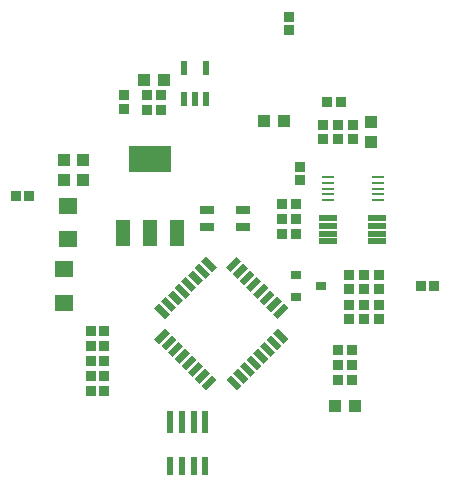
<source format=gbr>
G04 EAGLE Gerber RS-274X export*
G75*
%MOMM*%
%FSLAX34Y34*%
%LPD*%
%INSolderpaste Top*%
%IPPOS*%
%AMOC8*
5,1,8,0,0,1.08239X$1,22.5*%
G01*
%ADD10R,1.270000X0.558800*%
%ADD11R,0.558800X1.270000*%
%ADD12R,1.200000X0.700000*%
%ADD13R,0.550000X1.200000*%
%ADD14R,1.219200X2.235200*%
%ADD15R,3.600000X2.200000*%
%ADD16R,0.900000X0.850000*%
%ADD17R,1.000000X1.100000*%
%ADD18R,0.850000X0.900000*%
%ADD19R,1.100000X1.000000*%
%ADD20R,1.600000X1.400000*%
%ADD21R,1.000000X0.250000*%
%ADD22R,1.625600X0.508000*%
%ADD23R,0.900000X0.800000*%
%ADD24R,0.600000X1.850000*%
%ADD25R,0.600000X1.650000*%


D10*
G36*
X230085Y227837D02*
X221106Y236816D01*
X225057Y240767D01*
X234036Y231788D01*
X230085Y227837D01*
G37*
G36*
X224428Y222180D02*
X215449Y231159D01*
X219400Y235110D01*
X228379Y226131D01*
X224428Y222180D01*
G37*
G36*
X218771Y216524D02*
X209792Y225503D01*
X213743Y229454D01*
X222722Y220475D01*
X218771Y216524D01*
G37*
G36*
X213114Y210867D02*
X204135Y219846D01*
X208086Y223797D01*
X217065Y214818D01*
X213114Y210867D01*
G37*
G36*
X207457Y205210D02*
X198478Y214189D01*
X202429Y218140D01*
X211408Y209161D01*
X207457Y205210D01*
G37*
G36*
X201800Y199553D02*
X192821Y208532D01*
X196772Y212483D01*
X205751Y203504D01*
X201800Y199553D01*
G37*
G36*
X196144Y193896D02*
X187165Y202875D01*
X191116Y206826D01*
X200095Y197847D01*
X196144Y193896D01*
G37*
G36*
X190487Y188239D02*
X181508Y197218D01*
X185459Y201169D01*
X194438Y192190D01*
X190487Y188239D01*
G37*
D11*
G36*
X185459Y167131D02*
X181508Y171082D01*
X190487Y180061D01*
X194438Y176110D01*
X185459Y167131D01*
G37*
G36*
X191116Y161474D02*
X187165Y165425D01*
X196144Y174404D01*
X200095Y170453D01*
X191116Y161474D01*
G37*
G36*
X196772Y155817D02*
X192821Y159768D01*
X201800Y168747D01*
X205751Y164796D01*
X196772Y155817D01*
G37*
G36*
X202429Y150160D02*
X198478Y154111D01*
X207457Y163090D01*
X211408Y159139D01*
X202429Y150160D01*
G37*
G36*
X208086Y144503D02*
X204135Y148454D01*
X213114Y157433D01*
X217065Y153482D01*
X208086Y144503D01*
G37*
G36*
X213743Y138846D02*
X209792Y142797D01*
X218771Y151776D01*
X222722Y147825D01*
X213743Y138846D01*
G37*
G36*
X219400Y133190D02*
X215449Y137141D01*
X224428Y146120D01*
X228379Y142169D01*
X219400Y133190D01*
G37*
G36*
X225057Y127533D02*
X221106Y131484D01*
X230085Y140463D01*
X234036Y136512D01*
X225057Y127533D01*
G37*
D10*
G36*
X251193Y127533D02*
X242214Y136512D01*
X246165Y140463D01*
X255144Y131484D01*
X251193Y127533D01*
G37*
G36*
X256850Y133190D02*
X247871Y142169D01*
X251822Y146120D01*
X260801Y137141D01*
X256850Y133190D01*
G37*
G36*
X262507Y138846D02*
X253528Y147825D01*
X257479Y151776D01*
X266458Y142797D01*
X262507Y138846D01*
G37*
G36*
X268164Y144503D02*
X259185Y153482D01*
X263136Y157433D01*
X272115Y148454D01*
X268164Y144503D01*
G37*
G36*
X273821Y150160D02*
X264842Y159139D01*
X268793Y163090D01*
X277772Y154111D01*
X273821Y150160D01*
G37*
G36*
X279478Y155817D02*
X270499Y164796D01*
X274450Y168747D01*
X283429Y159768D01*
X279478Y155817D01*
G37*
G36*
X285134Y161474D02*
X276155Y170453D01*
X280106Y174404D01*
X289085Y165425D01*
X285134Y161474D01*
G37*
G36*
X290791Y167131D02*
X281812Y176110D01*
X285763Y180061D01*
X294742Y171082D01*
X290791Y167131D01*
G37*
D11*
G36*
X285763Y188239D02*
X281812Y192190D01*
X290791Y201169D01*
X294742Y197218D01*
X285763Y188239D01*
G37*
G36*
X280106Y193896D02*
X276155Y197847D01*
X285134Y206826D01*
X289085Y202875D01*
X280106Y193896D01*
G37*
G36*
X274450Y199553D02*
X270499Y203504D01*
X279478Y212483D01*
X283429Y208532D01*
X274450Y199553D01*
G37*
G36*
X268793Y205210D02*
X264842Y209161D01*
X273821Y218140D01*
X277772Y214189D01*
X268793Y205210D01*
G37*
G36*
X263136Y210867D02*
X259185Y214818D01*
X268164Y223797D01*
X272115Y219846D01*
X263136Y210867D01*
G37*
G36*
X257479Y216524D02*
X253528Y220475D01*
X262507Y229454D01*
X266458Y225503D01*
X257479Y216524D01*
G37*
G36*
X251822Y222180D02*
X247871Y226131D01*
X256850Y235110D01*
X260801Y231159D01*
X251822Y222180D01*
G37*
G36*
X246165Y227837D02*
X242214Y231788D01*
X251193Y240767D01*
X255144Y236816D01*
X246165Y227837D01*
G37*
D12*
X226300Y266050D03*
X226300Y280050D03*
X256300Y266050D03*
X256300Y280050D03*
D13*
X206400Y374349D03*
X215900Y374349D03*
X225400Y374349D03*
X225400Y400351D03*
X206400Y400351D03*
D14*
X154686Y261112D03*
X177800Y261112D03*
X200914Y261112D03*
D15*
X177800Y323090D03*
D16*
X323850Y340275D03*
X323850Y351875D03*
X336550Y351875D03*
X336550Y340275D03*
D17*
X365125Y354575D03*
X365125Y337575D03*
D18*
X186775Y377825D03*
X175175Y377825D03*
D19*
X172475Y390525D03*
X189475Y390525D03*
D18*
X175175Y365125D03*
X186775Y365125D03*
D19*
X291075Y355600D03*
X274075Y355600D03*
D20*
X107950Y283875D03*
X107950Y255875D03*
X104775Y201900D03*
X104775Y229900D03*
D21*
X328119Y308450D03*
X328119Y303450D03*
X328119Y298450D03*
X328119Y293450D03*
X328119Y288450D03*
X370381Y288450D03*
X370381Y293450D03*
X370381Y298450D03*
X370381Y303450D03*
X370381Y308450D03*
D16*
X155575Y377275D03*
X155575Y365675D03*
D22*
X328295Y273275D03*
X328295Y266775D03*
X328295Y260275D03*
X328295Y253775D03*
X370205Y253775D03*
X370205Y260275D03*
X370205Y266775D03*
X370205Y273275D03*
D18*
X127550Y177800D03*
X139150Y177800D03*
X127550Y165100D03*
X139150Y165100D03*
X127550Y152400D03*
X139150Y152400D03*
X289475Y285750D03*
X301075Y285750D03*
X289475Y273050D03*
X301075Y273050D03*
X289475Y260350D03*
X301075Y260350D03*
X337100Y149225D03*
X348700Y149225D03*
X337100Y161925D03*
X348700Y161925D03*
X348700Y136525D03*
X337100Y136525D03*
D19*
X351400Y114300D03*
X334400Y114300D03*
D18*
X139150Y139700D03*
X127550Y139700D03*
X418550Y215900D03*
X406950Y215900D03*
X339175Y371475D03*
X327575Y371475D03*
D16*
X295275Y443950D03*
X295275Y432350D03*
D18*
X64050Y292100D03*
X75650Y292100D03*
X127550Y127000D03*
X139150Y127000D03*
D23*
X301150Y225400D03*
X301150Y206400D03*
X322150Y215900D03*
D16*
X346075Y199475D03*
X346075Y187875D03*
X358775Y199475D03*
X358775Y187875D03*
X371475Y199475D03*
X371475Y187875D03*
X371475Y213275D03*
X371475Y224875D03*
X358775Y213275D03*
X358775Y224875D03*
X346075Y213275D03*
X346075Y224875D03*
X349250Y351875D03*
X349250Y340275D03*
X304800Y316950D03*
X304800Y305350D03*
D17*
X104775Y305825D03*
X104775Y322825D03*
X120650Y322825D03*
X120650Y305825D03*
D24*
X214550Y101050D03*
X224550Y101050D03*
X204550Y101050D03*
X194550Y101050D03*
D25*
X194550Y63800D03*
X204550Y63800D03*
X214550Y63800D03*
X224550Y63800D03*
M02*

</source>
